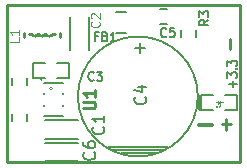
<source format=gbr>
G04 #@! TF.FileFunction,Legend,Top*
%FSLAX46Y46*%
G04 Gerber Fmt 4.6, Leading zero omitted, Abs format (unit mm)*
G04 Created by KiCad (PCBNEW no-vcs-found-product) date 20.07.2015 (пн) 10,44,37 EEST*
%MOMM*%
G01*
G04 APERTURE LIST*
%ADD10C,0.100000*%
%ADD11C,0.275000*%
%ADD12C,0.300000*%
%ADD13C,0.175000*%
%ADD14C,0.250000*%
%ADD15C,0.254000*%
%ADD16C,0.200000*%
%ADD17C,0.050000*%
%ADD18C,0.127000*%
%ADD19C,0.203200*%
%ADD20C,0.101600*%
%ADD21C,0.150000*%
%ADD22C,0.190500*%
G04 APERTURE END LIST*
D10*
D11*
X37259429Y-18757953D02*
X37259429Y-19596048D01*
D12*
X34607572Y-26015143D02*
X35750429Y-26015143D01*
D13*
X37529286Y-22817000D02*
X37529286Y-22283667D01*
X37872143Y-22550334D02*
X37186429Y-22550334D01*
X36972143Y-22017000D02*
X36972143Y-21583667D01*
X37315000Y-21817000D01*
X37315000Y-21717000D01*
X37357857Y-21650333D01*
X37400714Y-21617000D01*
X37486429Y-21583667D01*
X37700714Y-21583667D01*
X37786429Y-21617000D01*
X37829286Y-21650333D01*
X37872143Y-21717000D01*
X37872143Y-21917000D01*
X37829286Y-21983667D01*
X37786429Y-22017000D01*
X37786429Y-21283666D02*
X37829286Y-21250333D01*
X37872143Y-21283666D01*
X37829286Y-21317000D01*
X37786429Y-21283666D01*
X37872143Y-21283666D01*
X36972143Y-21017000D02*
X36972143Y-20583667D01*
X37315000Y-20817000D01*
X37315000Y-20717000D01*
X37357857Y-20650333D01*
X37400714Y-20617000D01*
X37486429Y-20583667D01*
X37700714Y-20583667D01*
X37786429Y-20617000D01*
X37829286Y-20650333D01*
X37872143Y-20717000D01*
X37872143Y-20917000D01*
X37829286Y-20983667D01*
X37786429Y-21017000D01*
D14*
X36576048Y-25993714D02*
X37337953Y-25993714D01*
X36957001Y-26450857D02*
X36957001Y-25536571D01*
D15*
X38100000Y-15875000D02*
X18415000Y-15875000D01*
X18415000Y-29210000D02*
X18415000Y-15875000D01*
X38100000Y-29210000D02*
X18415000Y-29210000D01*
X38100000Y-15875000D02*
X38100000Y-29210000D01*
D16*
X30994000Y-28448000D02*
X28064000Y-28448000D01*
X32004000Y-27940000D02*
X26924000Y-27940000D01*
X31623000Y-28194000D02*
X27305000Y-28194000D01*
X34544000Y-23622000D02*
G75*
G03X34544000Y-23622000I-5080000J0D01*
G01*
D15*
X34709100Y-24574500D02*
X34709100Y-23774400D01*
X34582100Y-24549100D02*
X34582100Y-23723600D01*
X34734500Y-23558500D02*
X34594800Y-23685500D01*
X34734500Y-24701500D02*
X34582100Y-24574500D01*
D17*
X36242000Y-24380000D02*
X36112000Y-24490000D01*
X36102000Y-24510000D02*
X36182000Y-24500000D01*
X36102000Y-24510000D02*
X36102000Y-24430000D01*
X36292000Y-24510000D02*
X36292000Y-24430000D01*
X36292000Y-24510000D02*
X36372000Y-24500000D01*
X36432000Y-24380000D02*
X36302000Y-24490000D01*
D10*
X36222000Y-24240000D02*
X36222000Y-24020000D01*
X36412000Y-24020000D02*
X36312000Y-24120000D01*
X36412000Y-24240000D02*
X36302000Y-24140000D01*
X36412000Y-24240000D02*
X36412000Y-24020000D01*
X36642000Y-24130000D02*
X36062000Y-24130000D01*
D18*
X35814000Y-24765000D02*
X34798000Y-24765000D01*
X34798000Y-24765000D02*
X34798000Y-23495000D01*
X34798000Y-23495000D02*
X35814000Y-23495000D01*
X37846000Y-24765000D02*
X37846000Y-23495000D01*
X37846000Y-23495000D02*
X36830000Y-23495000D01*
X37846000Y-24765000D02*
X36830000Y-24765000D01*
X21590000Y-22098000D02*
X20574000Y-22098000D01*
X20574000Y-22098000D02*
X20574000Y-20828000D01*
X20574000Y-20828000D02*
X21590000Y-20828000D01*
X23622000Y-22098000D02*
X23622000Y-20828000D01*
X23622000Y-20828000D02*
X22606000Y-20828000D01*
X23622000Y-22098000D02*
X22606000Y-22098000D01*
D15*
X22834600Y-18216880D02*
X22834600Y-18613120D01*
X19837400Y-18216880D02*
X19837400Y-18613120D01*
X22435820Y-18315940D02*
X22235160Y-18315940D01*
X22235160Y-18315940D02*
X22092920Y-18455640D01*
X21950680Y-18514060D02*
X21917660Y-18514060D01*
X21775420Y-18455640D02*
X21635720Y-18315940D01*
X21635720Y-18315940D02*
X21493480Y-18455640D01*
X21351240Y-18514060D02*
X21320760Y-18514060D01*
X21178520Y-18455640D02*
X21036280Y-18315940D01*
X21036280Y-18315940D02*
X20896580Y-18455640D01*
X20754340Y-18514060D02*
X20721320Y-18514060D01*
X20579080Y-18455640D02*
X20436840Y-18315940D01*
X20436840Y-18315940D02*
X20236180Y-18315940D01*
X21952824Y-18515298D02*
G75*
G03X22092920Y-18455640I-2144J199358D01*
G01*
X21777813Y-18456276D02*
G75*
G03X21917660Y-18514060I139847J140336D01*
G01*
X21353384Y-18515298D02*
G75*
G03X21493480Y-18455640I-2144J199358D01*
G01*
X21180913Y-18456276D02*
G75*
G03X21320760Y-18514060I139847J140336D01*
G01*
X20756484Y-18515298D02*
G75*
G03X20896580Y-18455640I-2144J199358D01*
G01*
X20581473Y-18456276D02*
G75*
G03X20721320Y-18514060I139847J140336D01*
G01*
D18*
X18796000Y-22047200D02*
X18796000Y-22669500D01*
X20066000Y-22047200D02*
X20066000Y-22669500D01*
X18796000Y-25095200D02*
X18796000Y-25717500D01*
X20066000Y-25095200D02*
X20066000Y-25717500D01*
X33147000Y-17983200D02*
X33147000Y-18605500D01*
X34417000Y-17983200D02*
X34417000Y-18605500D01*
D19*
X23162260Y-25298400D02*
X21541740Y-25298400D01*
X21541740Y-22453600D02*
X23162260Y-22453600D01*
X21541740Y-23449280D02*
X21541740Y-23355300D01*
X21541740Y-24396700D02*
X21541740Y-24302720D01*
X23159720Y-23449280D02*
X23159720Y-23355300D01*
X23159720Y-24396700D02*
X23159720Y-24302720D01*
D20*
X22261133Y-22951440D02*
G75*
G03X22261133Y-22951440I-158053J0D01*
G01*
X21350910Y-22197060D02*
G75*
G03X21350910Y-22197060I-68250J0D01*
G01*
D21*
X25311000Y-16888000D02*
X25311000Y-19688000D01*
X23711000Y-16888000D02*
X23711000Y-19688000D01*
D18*
X27635200Y-18288000D02*
X28473400Y-18288000D01*
X27635200Y-16510000D02*
X28473400Y-16510000D01*
X31356300Y-17526000D02*
X31902400Y-17526000D01*
X31343600Y-16256000D02*
X31889700Y-16256000D01*
D21*
X24387000Y-27216000D02*
X21587000Y-27216000D01*
X24387000Y-25616000D02*
X21587000Y-25616000D01*
X24387000Y-29121000D02*
X21587000Y-29121000D01*
X24387000Y-27521000D02*
X21587000Y-27521000D01*
X30075143Y-23661666D02*
X30122762Y-23709285D01*
X30170381Y-23852142D01*
X30170381Y-23947380D01*
X30122762Y-24090238D01*
X30027524Y-24185476D01*
X29932286Y-24233095D01*
X29741810Y-24280714D01*
X29598952Y-24280714D01*
X29408476Y-24233095D01*
X29313238Y-24185476D01*
X29218000Y-24090238D01*
X29170381Y-23947380D01*
X29170381Y-23852142D01*
X29218000Y-23709285D01*
X29265619Y-23661666D01*
X29503714Y-22804523D02*
X30170381Y-22804523D01*
X29122762Y-23042619D02*
X29837048Y-23280714D01*
X29837048Y-22661666D01*
D16*
X29606071Y-19913547D02*
X29606071Y-19075452D01*
X30025119Y-19494500D02*
X29187024Y-19494500D01*
D21*
X25717500Y-22217743D02*
X25681214Y-22254029D01*
X25572357Y-22290314D01*
X25499786Y-22290314D01*
X25390929Y-22254029D01*
X25318357Y-22181457D01*
X25282072Y-22108886D01*
X25245786Y-21963743D01*
X25245786Y-21854886D01*
X25282072Y-21709743D01*
X25318357Y-21637171D01*
X25390929Y-21564600D01*
X25499786Y-21528314D01*
X25572357Y-21528314D01*
X25681214Y-21564600D01*
X25717500Y-21600886D01*
X25971500Y-21528314D02*
X26443214Y-21528314D01*
X26189214Y-21818600D01*
X26298072Y-21818600D01*
X26370643Y-21854886D01*
X26406929Y-21891171D01*
X26443214Y-21963743D01*
X26443214Y-22145171D01*
X26406929Y-22217743D01*
X26370643Y-22254029D01*
X26298072Y-22290314D01*
X26080357Y-22290314D01*
X26007786Y-22254029D01*
X25971500Y-22217743D01*
D20*
X19369314Y-18618199D02*
X19369314Y-18981056D01*
X18607314Y-18981056D01*
X19369314Y-17965057D02*
X19369314Y-18400485D01*
X19369314Y-18182771D02*
X18607314Y-18182771D01*
X18716171Y-18255342D01*
X18788743Y-18327914D01*
X18825029Y-18400485D01*
D22*
X35434814Y-17132300D02*
X35071957Y-17386300D01*
X35434814Y-17567728D02*
X34672814Y-17567728D01*
X34672814Y-17277443D01*
X34709100Y-17204871D01*
X34745386Y-17168586D01*
X34817957Y-17132300D01*
X34926814Y-17132300D01*
X34999386Y-17168586D01*
X35035671Y-17204871D01*
X35071957Y-17277443D01*
X35071957Y-17567728D01*
X34672814Y-16878300D02*
X34672814Y-16406586D01*
X34963100Y-16660586D01*
X34963100Y-16551728D01*
X34999386Y-16479157D01*
X35035671Y-16442871D01*
X35108243Y-16406586D01*
X35289671Y-16406586D01*
X35362243Y-16442871D01*
X35398529Y-16479157D01*
X35434814Y-16551728D01*
X35434814Y-16769443D01*
X35398529Y-16842014D01*
X35362243Y-16878300D01*
D14*
X24852381Y-24637905D02*
X25661905Y-24637905D01*
X25757143Y-24590286D01*
X25804762Y-24542667D01*
X25852381Y-24447429D01*
X25852381Y-24256952D01*
X25804762Y-24161714D01*
X25757143Y-24114095D01*
X25661905Y-24066476D01*
X24852381Y-24066476D01*
X25852381Y-23066476D02*
X25852381Y-23637905D01*
X25852381Y-23352191D02*
X24852381Y-23352191D01*
X24995238Y-23447429D01*
X25090476Y-23542667D01*
X25138095Y-23637905D01*
D20*
X26154743Y-17297400D02*
X26191029Y-17333686D01*
X26227314Y-17442543D01*
X26227314Y-17515114D01*
X26191029Y-17623971D01*
X26118457Y-17696543D01*
X26045886Y-17732828D01*
X25900743Y-17769114D01*
X25791886Y-17769114D01*
X25646743Y-17732828D01*
X25574171Y-17696543D01*
X25501600Y-17623971D01*
X25465314Y-17515114D01*
X25465314Y-17442543D01*
X25501600Y-17333686D01*
X25537886Y-17297400D01*
X25537886Y-17007114D02*
X25501600Y-16970828D01*
X25465314Y-16898257D01*
X25465314Y-16716828D01*
X25501600Y-16644257D01*
X25537886Y-16607971D01*
X25610457Y-16571686D01*
X25683029Y-16571686D01*
X25791886Y-16607971D01*
X26227314Y-17043400D01*
X26227314Y-16571686D01*
D22*
X26047701Y-18538371D02*
X25793701Y-18538371D01*
X25793701Y-18937514D02*
X25793701Y-18175514D01*
X26156558Y-18175514D01*
X26700844Y-18538371D02*
X26809701Y-18574657D01*
X26845986Y-18610943D01*
X26882272Y-18683514D01*
X26882272Y-18792371D01*
X26845986Y-18864943D01*
X26809701Y-18901229D01*
X26737129Y-18937514D01*
X26446844Y-18937514D01*
X26446844Y-18175514D01*
X26700844Y-18175514D01*
X26773415Y-18211800D01*
X26809701Y-18248086D01*
X26845986Y-18320657D01*
X26845986Y-18393229D01*
X26809701Y-18465800D01*
X26773415Y-18502086D01*
X26700844Y-18538371D01*
X26446844Y-18538371D01*
X27607986Y-18937514D02*
X27172558Y-18937514D01*
X27390272Y-18937514D02*
X27390272Y-18175514D01*
X27317701Y-18284371D01*
X27245129Y-18356943D01*
X27172558Y-18393229D01*
X31864300Y-18509343D02*
X31828014Y-18545629D01*
X31719157Y-18581914D01*
X31646586Y-18581914D01*
X31537729Y-18545629D01*
X31465157Y-18473057D01*
X31428872Y-18400486D01*
X31392586Y-18255343D01*
X31392586Y-18146486D01*
X31428872Y-18001343D01*
X31465157Y-17928771D01*
X31537729Y-17856200D01*
X31646586Y-17819914D01*
X31719157Y-17819914D01*
X31828014Y-17856200D01*
X31864300Y-17892486D01*
X32553729Y-17819914D02*
X32190872Y-17819914D01*
X32154586Y-18182771D01*
X32190872Y-18146486D01*
X32263443Y-18110200D01*
X32444872Y-18110200D01*
X32517443Y-18146486D01*
X32553729Y-18182771D01*
X32590014Y-18255343D01*
X32590014Y-18436771D01*
X32553729Y-18509343D01*
X32517443Y-18545629D01*
X32444872Y-18581914D01*
X32263443Y-18581914D01*
X32190872Y-18545629D01*
X32154586Y-18509343D01*
D21*
X26519143Y-26201666D02*
X26566762Y-26249285D01*
X26614381Y-26392142D01*
X26614381Y-26487380D01*
X26566762Y-26630238D01*
X26471524Y-26725476D01*
X26376286Y-26773095D01*
X26185810Y-26820714D01*
X26042952Y-26820714D01*
X25852476Y-26773095D01*
X25757238Y-26725476D01*
X25662000Y-26630238D01*
X25614381Y-26487380D01*
X25614381Y-26392142D01*
X25662000Y-26249285D01*
X25709619Y-26201666D01*
X26614381Y-25249285D02*
X26614381Y-25820714D01*
X26614381Y-25535000D02*
X25614381Y-25535000D01*
X25757238Y-25630238D01*
X25852476Y-25725476D01*
X25900095Y-25820714D01*
X25757143Y-28360666D02*
X25804762Y-28408285D01*
X25852381Y-28551142D01*
X25852381Y-28646380D01*
X25804762Y-28789238D01*
X25709524Y-28884476D01*
X25614286Y-28932095D01*
X25423810Y-28979714D01*
X25280952Y-28979714D01*
X25090476Y-28932095D01*
X24995238Y-28884476D01*
X24900000Y-28789238D01*
X24852381Y-28646380D01*
X24852381Y-28551142D01*
X24900000Y-28408285D01*
X24947619Y-28360666D01*
X24852381Y-27503523D02*
X24852381Y-27694000D01*
X24900000Y-27789238D01*
X24947619Y-27836857D01*
X25090476Y-27932095D01*
X25280952Y-27979714D01*
X25661905Y-27979714D01*
X25757143Y-27932095D01*
X25804762Y-27884476D01*
X25852381Y-27789238D01*
X25852381Y-27598761D01*
X25804762Y-27503523D01*
X25757143Y-27455904D01*
X25661905Y-27408285D01*
X25423810Y-27408285D01*
X25328571Y-27455904D01*
X25280952Y-27503523D01*
X25233333Y-27598761D01*
X25233333Y-27789238D01*
X25280952Y-27884476D01*
X25328571Y-27932095D01*
X25423810Y-27979714D01*
M02*

</source>
